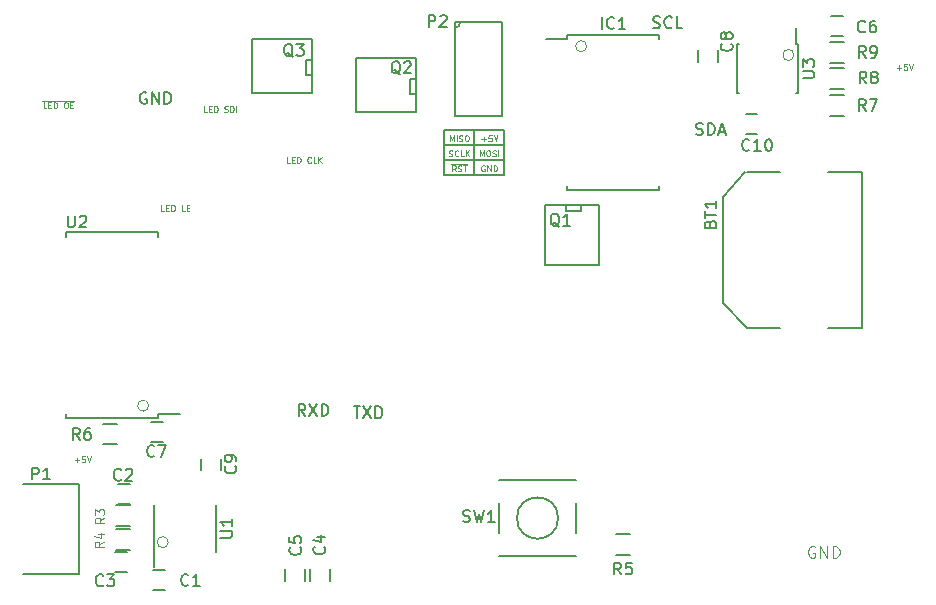
<source format=gbr>
G04 #@! TF.FileFunction,Legend,Top*
%FSLAX46Y46*%
G04 Gerber Fmt 4.6, Leading zero omitted, Abs format (unit mm)*
G04 Created by KiCad (PCBNEW 4.0.4-stable) date Saturday, September 24, 2016 'PMt' 11:11:41 PM*
%MOMM*%
%LPD*%
G01*
G04 APERTURE LIST*
%ADD10C,0.100000*%
%ADD11C,0.150000*%
%ADD12C,0.125000*%
%ADD13C,0.087500*%
%ADD14C,0.200000*%
G04 APERTURE END LIST*
D10*
X113700173Y-147142200D02*
G75*
G03X113700173Y-147142200I-466973J0D01*
G01*
X166684573Y-105892600D02*
G75*
G03X166684573Y-105892600I-466973J0D01*
G01*
X149133173Y-105156000D02*
G75*
G03X149133173Y-105156000I-466973J0D01*
G01*
X112049173Y-135585200D02*
G75*
G03X112049173Y-135585200I-466973J0D01*
G01*
D11*
X129395695Y-135647181D02*
X129967124Y-135647181D01*
X129681409Y-136647181D02*
X129681409Y-135647181D01*
X130205219Y-135647181D02*
X130871886Y-136647181D01*
X130871886Y-135647181D02*
X130205219Y-136647181D01*
X131252838Y-136647181D02*
X131252838Y-135647181D01*
X131490933Y-135647181D01*
X131633791Y-135694800D01*
X131729029Y-135790038D01*
X131776648Y-135885276D01*
X131824267Y-136075752D01*
X131824267Y-136218610D01*
X131776648Y-136409086D01*
X131729029Y-136504324D01*
X131633791Y-136599562D01*
X131490933Y-136647181D01*
X131252838Y-136647181D01*
X125317334Y-136443981D02*
X124984000Y-135967790D01*
X124745905Y-136443981D02*
X124745905Y-135443981D01*
X125126858Y-135443981D01*
X125222096Y-135491600D01*
X125269715Y-135539219D01*
X125317334Y-135634457D01*
X125317334Y-135777314D01*
X125269715Y-135872552D01*
X125222096Y-135920171D01*
X125126858Y-135967790D01*
X124745905Y-135967790D01*
X125650667Y-135443981D02*
X126317334Y-136443981D01*
X126317334Y-135443981D02*
X125650667Y-136443981D01*
X126698286Y-136443981D02*
X126698286Y-135443981D01*
X126936381Y-135443981D01*
X127079239Y-135491600D01*
X127174477Y-135586838D01*
X127222096Y-135682076D01*
X127269715Y-135872552D01*
X127269715Y-136015410D01*
X127222096Y-136205886D01*
X127174477Y-136301124D01*
X127079239Y-136396362D01*
X126936381Y-136443981D01*
X126698286Y-136443981D01*
X154765524Y-103579562D02*
X154908381Y-103627181D01*
X155146477Y-103627181D01*
X155241715Y-103579562D01*
X155289334Y-103531943D01*
X155336953Y-103436705D01*
X155336953Y-103341467D01*
X155289334Y-103246229D01*
X155241715Y-103198610D01*
X155146477Y-103150990D01*
X154956000Y-103103371D01*
X154860762Y-103055752D01*
X154813143Y-103008133D01*
X154765524Y-102912895D01*
X154765524Y-102817657D01*
X154813143Y-102722419D01*
X154860762Y-102674800D01*
X154956000Y-102627181D01*
X155194096Y-102627181D01*
X155336953Y-102674800D01*
X156336953Y-103531943D02*
X156289334Y-103579562D01*
X156146477Y-103627181D01*
X156051239Y-103627181D01*
X155908381Y-103579562D01*
X155813143Y-103484324D01*
X155765524Y-103389086D01*
X155717905Y-103198610D01*
X155717905Y-103055752D01*
X155765524Y-102865276D01*
X155813143Y-102770038D01*
X155908381Y-102674800D01*
X156051239Y-102627181D01*
X156146477Y-102627181D01*
X156289334Y-102674800D01*
X156336953Y-102722419D01*
X157241715Y-103627181D02*
X156765524Y-103627181D01*
X156765524Y-102627181D01*
X158399314Y-112621962D02*
X158542171Y-112669581D01*
X158780267Y-112669581D01*
X158875505Y-112621962D01*
X158923124Y-112574343D01*
X158970743Y-112479105D01*
X158970743Y-112383867D01*
X158923124Y-112288629D01*
X158875505Y-112241010D01*
X158780267Y-112193390D01*
X158589790Y-112145771D01*
X158494552Y-112098152D01*
X158446933Y-112050533D01*
X158399314Y-111955295D01*
X158399314Y-111860057D01*
X158446933Y-111764819D01*
X158494552Y-111717200D01*
X158589790Y-111669581D01*
X158827886Y-111669581D01*
X158970743Y-111717200D01*
X159399314Y-112669581D02*
X159399314Y-111669581D01*
X159637409Y-111669581D01*
X159780267Y-111717200D01*
X159875505Y-111812438D01*
X159923124Y-111907676D01*
X159970743Y-112098152D01*
X159970743Y-112241010D01*
X159923124Y-112431486D01*
X159875505Y-112526724D01*
X159780267Y-112621962D01*
X159637409Y-112669581D01*
X159399314Y-112669581D01*
X160351695Y-112383867D02*
X160827886Y-112383867D01*
X160256457Y-112669581D02*
X160589790Y-111669581D01*
X160923124Y-112669581D01*
D12*
X175379144Y-106969714D02*
X175760096Y-106969714D01*
X175569620Y-107160190D02*
X175569620Y-106779238D01*
X176236287Y-106660190D02*
X175998192Y-106660190D01*
X175974382Y-106898286D01*
X175998192Y-106874476D01*
X176045811Y-106850667D01*
X176164858Y-106850667D01*
X176212477Y-106874476D01*
X176236287Y-106898286D01*
X176260096Y-106945905D01*
X176260096Y-107064952D01*
X176236287Y-107112571D01*
X176212477Y-107136381D01*
X176164858Y-107160190D01*
X176045811Y-107160190D01*
X175998192Y-107136381D01*
X175974382Y-107112571D01*
X176402953Y-106660190D02*
X176569620Y-107160190D01*
X176736286Y-106660190D01*
D10*
X168452896Y-147531200D02*
X168357658Y-147483581D01*
X168214801Y-147483581D01*
X168071943Y-147531200D01*
X167976705Y-147626438D01*
X167929086Y-147721676D01*
X167881467Y-147912152D01*
X167881467Y-148055010D01*
X167929086Y-148245486D01*
X167976705Y-148340724D01*
X168071943Y-148435962D01*
X168214801Y-148483581D01*
X168310039Y-148483581D01*
X168452896Y-148435962D01*
X168500515Y-148388343D01*
X168500515Y-148055010D01*
X168310039Y-148055010D01*
X168929086Y-148483581D02*
X168929086Y-147483581D01*
X169500515Y-148483581D01*
X169500515Y-147483581D01*
X169976705Y-148483581D02*
X169976705Y-147483581D01*
X170214800Y-147483581D01*
X170357658Y-147531200D01*
X170452896Y-147626438D01*
X170500515Y-147721676D01*
X170548134Y-147912152D01*
X170548134Y-148055010D01*
X170500515Y-148245486D01*
X170452896Y-148340724D01*
X170357658Y-148435962D01*
X170214800Y-148483581D01*
X169976705Y-148483581D01*
D12*
X105783144Y-140192914D02*
X106164096Y-140192914D01*
X105973620Y-140383390D02*
X105973620Y-140002438D01*
X106640287Y-139883390D02*
X106402192Y-139883390D01*
X106378382Y-140121486D01*
X106402192Y-140097676D01*
X106449811Y-140073867D01*
X106568858Y-140073867D01*
X106616477Y-140097676D01*
X106640287Y-140121486D01*
X106664096Y-140169105D01*
X106664096Y-140288152D01*
X106640287Y-140335771D01*
X106616477Y-140359581D01*
X106568858Y-140383390D01*
X106449811Y-140383390D01*
X106402192Y-140359581D01*
X106378382Y-140335771D01*
X106806953Y-139883390D02*
X106973620Y-140383390D01*
X107140286Y-139883390D01*
D10*
X113359524Y-119098190D02*
X113121429Y-119098190D01*
X113121429Y-118598190D01*
X113526191Y-118836286D02*
X113692857Y-118836286D01*
X113764286Y-119098190D02*
X113526191Y-119098190D01*
X113526191Y-118598190D01*
X113764286Y-118598190D01*
X113978572Y-119098190D02*
X113978572Y-118598190D01*
X114097619Y-118598190D01*
X114169048Y-118622000D01*
X114216667Y-118669619D01*
X114240476Y-118717238D01*
X114264286Y-118812476D01*
X114264286Y-118883905D01*
X114240476Y-118979143D01*
X114216667Y-119026762D01*
X114169048Y-119074381D01*
X114097619Y-119098190D01*
X113978572Y-119098190D01*
X115097619Y-119098190D02*
X114859524Y-119098190D01*
X114859524Y-118598190D01*
X115264286Y-118836286D02*
X115430952Y-118836286D01*
X115502381Y-119098190D02*
X115264286Y-119098190D01*
X115264286Y-118598190D01*
X115502381Y-118598190D01*
X124007715Y-115034190D02*
X123769620Y-115034190D01*
X123769620Y-114534190D01*
X124174382Y-114772286D02*
X124341048Y-114772286D01*
X124412477Y-115034190D02*
X124174382Y-115034190D01*
X124174382Y-114534190D01*
X124412477Y-114534190D01*
X124626763Y-115034190D02*
X124626763Y-114534190D01*
X124745810Y-114534190D01*
X124817239Y-114558000D01*
X124864858Y-114605619D01*
X124888667Y-114653238D01*
X124912477Y-114748476D01*
X124912477Y-114819905D01*
X124888667Y-114915143D01*
X124864858Y-114962762D01*
X124817239Y-115010381D01*
X124745810Y-115034190D01*
X124626763Y-115034190D01*
X125793429Y-114986571D02*
X125769619Y-115010381D01*
X125698191Y-115034190D01*
X125650572Y-115034190D01*
X125579143Y-115010381D01*
X125531524Y-114962762D01*
X125507715Y-114915143D01*
X125483905Y-114819905D01*
X125483905Y-114748476D01*
X125507715Y-114653238D01*
X125531524Y-114605619D01*
X125579143Y-114558000D01*
X125650572Y-114534190D01*
X125698191Y-114534190D01*
X125769619Y-114558000D01*
X125793429Y-114581810D01*
X126245810Y-115034190D02*
X126007715Y-115034190D01*
X126007715Y-114534190D01*
X126412477Y-115034190D02*
X126412477Y-114534190D01*
X126698191Y-115034190D02*
X126483905Y-114748476D01*
X126698191Y-114534190D02*
X126412477Y-114819905D01*
X116990953Y-110716190D02*
X116752858Y-110716190D01*
X116752858Y-110216190D01*
X117157620Y-110454286D02*
X117324286Y-110454286D01*
X117395715Y-110716190D02*
X117157620Y-110716190D01*
X117157620Y-110216190D01*
X117395715Y-110216190D01*
X117610001Y-110716190D02*
X117610001Y-110216190D01*
X117729048Y-110216190D01*
X117800477Y-110240000D01*
X117848096Y-110287619D01*
X117871905Y-110335238D01*
X117895715Y-110430476D01*
X117895715Y-110501905D01*
X117871905Y-110597143D01*
X117848096Y-110644762D01*
X117800477Y-110692381D01*
X117729048Y-110716190D01*
X117610001Y-110716190D01*
X118467143Y-110692381D02*
X118538572Y-110716190D01*
X118657619Y-110716190D01*
X118705238Y-110692381D01*
X118729048Y-110668571D01*
X118752857Y-110620952D01*
X118752857Y-110573333D01*
X118729048Y-110525714D01*
X118705238Y-110501905D01*
X118657619Y-110478095D01*
X118562381Y-110454286D01*
X118514762Y-110430476D01*
X118490953Y-110406667D01*
X118467143Y-110359048D01*
X118467143Y-110311429D01*
X118490953Y-110263810D01*
X118514762Y-110240000D01*
X118562381Y-110216190D01*
X118681429Y-110216190D01*
X118752857Y-110240000D01*
X118967143Y-110716190D02*
X118967143Y-110216190D01*
X119086190Y-110216190D01*
X119157619Y-110240000D01*
X119205238Y-110287619D01*
X119229047Y-110335238D01*
X119252857Y-110430476D01*
X119252857Y-110501905D01*
X119229047Y-110597143D01*
X119205238Y-110644762D01*
X119157619Y-110692381D01*
X119086190Y-110716190D01*
X118967143Y-110716190D01*
X119467143Y-110716190D02*
X119467143Y-110216190D01*
D11*
X111861696Y-109075600D02*
X111766458Y-109027981D01*
X111623601Y-109027981D01*
X111480743Y-109075600D01*
X111385505Y-109170838D01*
X111337886Y-109266076D01*
X111290267Y-109456552D01*
X111290267Y-109599410D01*
X111337886Y-109789886D01*
X111385505Y-109885124D01*
X111480743Y-109980362D01*
X111623601Y-110027981D01*
X111718839Y-110027981D01*
X111861696Y-109980362D01*
X111909315Y-109932743D01*
X111909315Y-109599410D01*
X111718839Y-109599410D01*
X112337886Y-110027981D02*
X112337886Y-109027981D01*
X112909315Y-110027981D01*
X112909315Y-109027981D01*
X113385505Y-110027981D02*
X113385505Y-109027981D01*
X113623600Y-109027981D01*
X113766458Y-109075600D01*
X113861696Y-109170838D01*
X113909315Y-109266076D01*
X113956934Y-109456552D01*
X113956934Y-109599410D01*
X113909315Y-109789886D01*
X113861696Y-109885124D01*
X113766458Y-109980362D01*
X113623600Y-110027981D01*
X113385505Y-110027981D01*
D10*
X103394000Y-110411390D02*
X103155905Y-110411390D01*
X103155905Y-109911390D01*
X103560667Y-110149486D02*
X103727333Y-110149486D01*
X103798762Y-110411390D02*
X103560667Y-110411390D01*
X103560667Y-109911390D01*
X103798762Y-109911390D01*
X104013048Y-110411390D02*
X104013048Y-109911390D01*
X104132095Y-109911390D01*
X104203524Y-109935200D01*
X104251143Y-109982819D01*
X104274952Y-110030438D01*
X104298762Y-110125676D01*
X104298762Y-110197105D01*
X104274952Y-110292343D01*
X104251143Y-110339962D01*
X104203524Y-110387581D01*
X104132095Y-110411390D01*
X104013048Y-110411390D01*
X104989238Y-109911390D02*
X105084476Y-109911390D01*
X105132095Y-109935200D01*
X105179714Y-109982819D01*
X105203523Y-110078057D01*
X105203523Y-110244724D01*
X105179714Y-110339962D01*
X105132095Y-110387581D01*
X105084476Y-110411390D01*
X104989238Y-110411390D01*
X104941619Y-110387581D01*
X104894000Y-110339962D01*
X104870190Y-110244724D01*
X104870190Y-110078057D01*
X104894000Y-109982819D01*
X104941619Y-109935200D01*
X104989238Y-109911390D01*
X105417810Y-110149486D02*
X105584476Y-110149486D01*
X105655905Y-110411390D02*
X105417810Y-110411390D01*
X105417810Y-109911390D01*
X105655905Y-109911390D01*
X103036857Y-109825200D02*
X105751143Y-109825200D01*
D13*
X140225544Y-113014914D02*
X140606496Y-113014914D01*
X140416020Y-113205390D02*
X140416020Y-112824438D01*
X141082687Y-112705390D02*
X140844592Y-112705390D01*
X140820782Y-112943486D01*
X140844592Y-112919676D01*
X140892211Y-112895867D01*
X141011258Y-112895867D01*
X141058877Y-112919676D01*
X141082687Y-112943486D01*
X141106496Y-112991105D01*
X141106496Y-113110152D01*
X141082687Y-113157771D01*
X141058877Y-113181581D01*
X141011258Y-113205390D01*
X140892211Y-113205390D01*
X140844592Y-113181581D01*
X140820782Y-113157771D01*
X141249353Y-112705390D02*
X141416020Y-113205390D01*
X141582686Y-112705390D01*
X137483162Y-114451581D02*
X137554591Y-114475390D01*
X137673638Y-114475390D01*
X137721257Y-114451581D01*
X137745067Y-114427771D01*
X137768876Y-114380152D01*
X137768876Y-114332533D01*
X137745067Y-114284914D01*
X137721257Y-114261105D01*
X137673638Y-114237295D01*
X137578400Y-114213486D01*
X137530781Y-114189676D01*
X137506972Y-114165867D01*
X137483162Y-114118248D01*
X137483162Y-114070629D01*
X137506972Y-114023010D01*
X137530781Y-113999200D01*
X137578400Y-113975390D01*
X137697448Y-113975390D01*
X137768876Y-113999200D01*
X138268876Y-114427771D02*
X138245066Y-114451581D01*
X138173638Y-114475390D01*
X138126019Y-114475390D01*
X138054590Y-114451581D01*
X138006971Y-114403962D01*
X137983162Y-114356343D01*
X137959352Y-114261105D01*
X137959352Y-114189676D01*
X137983162Y-114094438D01*
X138006971Y-114046819D01*
X138054590Y-113999200D01*
X138126019Y-113975390D01*
X138173638Y-113975390D01*
X138245066Y-113999200D01*
X138268876Y-114023010D01*
X138721257Y-114475390D02*
X138483162Y-114475390D01*
X138483162Y-113975390D01*
X138887924Y-114475390D02*
X138887924Y-113975390D01*
X139173638Y-114475390D02*
X138959352Y-114189676D01*
X139173638Y-113975390D02*
X138887924Y-114261105D01*
X140082686Y-114475390D02*
X140082686Y-113975390D01*
X140249352Y-114332533D01*
X140416019Y-113975390D01*
X140416019Y-114475390D01*
X140749353Y-113975390D02*
X140844591Y-113975390D01*
X140892210Y-113999200D01*
X140939829Y-114046819D01*
X140963638Y-114142057D01*
X140963638Y-114308724D01*
X140939829Y-114403962D01*
X140892210Y-114451581D01*
X140844591Y-114475390D01*
X140749353Y-114475390D01*
X140701734Y-114451581D01*
X140654115Y-114403962D01*
X140630305Y-114308724D01*
X140630305Y-114142057D01*
X140654115Y-114046819D01*
X140701734Y-113999200D01*
X140749353Y-113975390D01*
X141154115Y-114451581D02*
X141225544Y-114475390D01*
X141344591Y-114475390D01*
X141392210Y-114451581D01*
X141416020Y-114427771D01*
X141439829Y-114380152D01*
X141439829Y-114332533D01*
X141416020Y-114284914D01*
X141392210Y-114261105D01*
X141344591Y-114237295D01*
X141249353Y-114213486D01*
X141201734Y-114189676D01*
X141177925Y-114165867D01*
X141154115Y-114118248D01*
X141154115Y-114070629D01*
X141177925Y-114023010D01*
X141201734Y-113999200D01*
X141249353Y-113975390D01*
X141368401Y-113975390D01*
X141439829Y-113999200D01*
X141654115Y-114475390D02*
X141654115Y-113975390D01*
X138054591Y-115745390D02*
X137887924Y-115507295D01*
X137768877Y-115745390D02*
X137768877Y-115245390D01*
X137959353Y-115245390D01*
X138006972Y-115269200D01*
X138030781Y-115293010D01*
X138054591Y-115340629D01*
X138054591Y-115412057D01*
X138030781Y-115459676D01*
X138006972Y-115483486D01*
X137959353Y-115507295D01*
X137768877Y-115507295D01*
X138245067Y-115721581D02*
X138316496Y-115745390D01*
X138435543Y-115745390D01*
X138483162Y-115721581D01*
X138506972Y-115697771D01*
X138530781Y-115650152D01*
X138530781Y-115602533D01*
X138506972Y-115554914D01*
X138483162Y-115531105D01*
X138435543Y-115507295D01*
X138340305Y-115483486D01*
X138292686Y-115459676D01*
X138268877Y-115435867D01*
X138245067Y-115388248D01*
X138245067Y-115340629D01*
X138268877Y-115293010D01*
X138292686Y-115269200D01*
X138340305Y-115245390D01*
X138459353Y-115245390D01*
X138530781Y-115269200D01*
X138673638Y-115245390D02*
X138959352Y-115245390D01*
X138816495Y-115745390D02*
X138816495Y-115245390D01*
X137649829Y-115159200D02*
X139006971Y-115159200D01*
X140487447Y-115269200D02*
X140439828Y-115245390D01*
X140368400Y-115245390D01*
X140296971Y-115269200D01*
X140249352Y-115316819D01*
X140225543Y-115364438D01*
X140201733Y-115459676D01*
X140201733Y-115531105D01*
X140225543Y-115626343D01*
X140249352Y-115673962D01*
X140296971Y-115721581D01*
X140368400Y-115745390D01*
X140416019Y-115745390D01*
X140487447Y-115721581D01*
X140511257Y-115697771D01*
X140511257Y-115531105D01*
X140416019Y-115531105D01*
X140725543Y-115745390D02*
X140725543Y-115245390D01*
X141011257Y-115745390D01*
X141011257Y-115245390D01*
X141249353Y-115745390D02*
X141249353Y-115245390D01*
X141368400Y-115245390D01*
X141439829Y-115269200D01*
X141487448Y-115316819D01*
X141511257Y-115364438D01*
X141535067Y-115459676D01*
X141535067Y-115531105D01*
X141511257Y-115626343D01*
X141487448Y-115673962D01*
X141439829Y-115721581D01*
X141368400Y-115745390D01*
X141249353Y-115745390D01*
X137542686Y-113205390D02*
X137542686Y-112705390D01*
X137709352Y-113062533D01*
X137876019Y-112705390D01*
X137876019Y-113205390D01*
X138114115Y-113205390D02*
X138114115Y-112705390D01*
X138328400Y-113181581D02*
X138399829Y-113205390D01*
X138518876Y-113205390D01*
X138566495Y-113181581D01*
X138590305Y-113157771D01*
X138614114Y-113110152D01*
X138614114Y-113062533D01*
X138590305Y-113014914D01*
X138566495Y-112991105D01*
X138518876Y-112967295D01*
X138423638Y-112943486D01*
X138376019Y-112919676D01*
X138352210Y-112895867D01*
X138328400Y-112848248D01*
X138328400Y-112800629D01*
X138352210Y-112753010D01*
X138376019Y-112729200D01*
X138423638Y-112705390D01*
X138542686Y-112705390D01*
X138614114Y-112729200D01*
X138923638Y-112705390D02*
X139018876Y-112705390D01*
X139066495Y-112729200D01*
X139114114Y-112776819D01*
X139137923Y-112872057D01*
X139137923Y-113038724D01*
X139114114Y-113133962D01*
X139066495Y-113181581D01*
X139018876Y-113205390D01*
X138923638Y-113205390D01*
X138876019Y-113181581D01*
X138828400Y-113133962D01*
X138804590Y-113038724D01*
X138804590Y-112872057D01*
X138828400Y-112776819D01*
X138876019Y-112729200D01*
X138923638Y-112705390D01*
D14*
X137058400Y-113487200D02*
X142138400Y-113487200D01*
X137058400Y-114757200D02*
X142138400Y-114757200D01*
X139598400Y-112217200D02*
X139598400Y-116027200D01*
X137058400Y-112217200D02*
X142138400Y-112217200D01*
X137058400Y-116027200D02*
X137058400Y-112217200D01*
X142138400Y-116027200D02*
X137058400Y-116027200D01*
X142138400Y-112217200D02*
X142138400Y-116027200D01*
D11*
X110228000Y-147943200D02*
X109228000Y-147943200D01*
X109228000Y-149643200D02*
X110228000Y-149643200D01*
X125743600Y-149410800D02*
X125743600Y-150410800D01*
X127443600Y-150410800D02*
X127443600Y-149410800D01*
X110482000Y-142253600D02*
X109482000Y-142253600D01*
X109482000Y-143953600D02*
X110482000Y-143953600D01*
X123610000Y-149410800D02*
X123610000Y-150410800D01*
X125310000Y-150410800D02*
X125310000Y-149410800D01*
X134683500Y-110680500D02*
X129603500Y-110680500D01*
X129603500Y-110680500D02*
X129603500Y-106108500D01*
X129603500Y-106108500D02*
X134683500Y-106108500D01*
X134683500Y-106108500D02*
X134683500Y-110680500D01*
X134683500Y-109156500D02*
X134175500Y-109156500D01*
X134175500Y-109156500D02*
X134175500Y-107886500D01*
X134175500Y-107886500D02*
X134683500Y-107886500D01*
X162676500Y-115828000D02*
X165476500Y-115828000D01*
X162576500Y-115828000D02*
X160676500Y-117928000D01*
X160676500Y-126928000D02*
X160676500Y-117928000D01*
X162676500Y-129028000D02*
X160676500Y-126928000D01*
X165476500Y-129028000D02*
X162676500Y-129028000D01*
X172476500Y-115828000D02*
X169576500Y-115828000D01*
X172476500Y-129028000D02*
X172476500Y-115828000D01*
X169576500Y-129028000D02*
X172476500Y-129028000D01*
X167040000Y-104986000D02*
X166895000Y-104986000D01*
X167040000Y-109136000D02*
X166895000Y-109136000D01*
X161890000Y-109136000D02*
X162035000Y-109136000D01*
X161890000Y-104986000D02*
X162035000Y-104986000D01*
X167040000Y-104986000D02*
X167040000Y-109136000D01*
X161890000Y-104986000D02*
X161890000Y-109136000D01*
X166895000Y-104986000D02*
X166895000Y-103586000D01*
X150177500Y-118618000D02*
X150177500Y-123698000D01*
X150177500Y-123698000D02*
X145605500Y-123698000D01*
X145605500Y-123698000D02*
X145605500Y-118618000D01*
X145605500Y-118618000D02*
X150177500Y-118618000D01*
X148653500Y-118618000D02*
X148653500Y-119126000D01*
X148653500Y-119126000D02*
X147383500Y-119126000D01*
X147383500Y-119126000D02*
X147383500Y-118618000D01*
X147509000Y-104169000D02*
X147509000Y-104504000D01*
X155259000Y-104169000D02*
X155259000Y-104504000D01*
X155259000Y-117319000D02*
X155259000Y-116984000D01*
X147509000Y-117319000D02*
X147509000Y-116984000D01*
X147509000Y-104169000D02*
X155259000Y-104169000D01*
X147509000Y-117319000D02*
X155259000Y-117319000D01*
X147509000Y-104504000D02*
X145709000Y-104504000D01*
X146721214Y-145097500D02*
G75*
G03X146721214Y-145097500I-1750714J0D01*
G01*
X148195500Y-141872500D02*
X148195500Y-141897500D01*
X148195500Y-148322500D02*
X148195500Y-148297500D01*
X141745500Y-148322500D02*
X141745500Y-148297500D01*
X141745500Y-141897500D02*
X141745500Y-141872500D01*
X148195500Y-143797500D02*
X148195500Y-146397500D01*
X141745500Y-141872500D02*
X148195500Y-141872500D01*
X141745500Y-143797500D02*
X141745500Y-146397500D01*
X141745500Y-148322500D02*
X148195500Y-148322500D01*
X151609500Y-146445000D02*
X152809500Y-146445000D01*
X152809500Y-148195000D02*
X151609500Y-148195000D01*
X169707000Y-104789000D02*
X170907000Y-104789000D01*
X170907000Y-106539000D02*
X169707000Y-106539000D01*
X169707000Y-107011500D02*
X170907000Y-107011500D01*
X170907000Y-108761500D02*
X169707000Y-108761500D01*
X109375500Y-138860500D02*
X108175500Y-138860500D01*
X108175500Y-137110500D02*
X109375500Y-137110500D01*
X110455000Y-145782000D02*
X109255000Y-145782000D01*
X109255000Y-144032000D02*
X110455000Y-144032000D01*
X125857000Y-109093000D02*
X120777000Y-109093000D01*
X120777000Y-109093000D02*
X120777000Y-104521000D01*
X120777000Y-104521000D02*
X125857000Y-104521000D01*
X125857000Y-104521000D02*
X125857000Y-109093000D01*
X125857000Y-107569000D02*
X125349000Y-107569000D01*
X125349000Y-107569000D02*
X125349000Y-106299000D01*
X125349000Y-106299000D02*
X125857000Y-106299000D01*
X110455000Y-147814000D02*
X109255000Y-147814000D01*
X109255000Y-146064000D02*
X110455000Y-146064000D01*
X106124000Y-142250000D02*
X101424000Y-142250000D01*
X101424000Y-149850000D02*
X106124000Y-149850000D01*
X106124000Y-149850000D02*
X106124000Y-142250000D01*
X169707000Y-109297500D02*
X170907000Y-109297500D01*
X170907000Y-111047500D02*
X169707000Y-111047500D01*
X112841000Y-136653000D02*
X112841000Y-136288000D01*
X105091000Y-136653000D02*
X105091000Y-136288000D01*
X105091000Y-120903000D02*
X105091000Y-121268000D01*
X112841000Y-120903000D02*
X112841000Y-121268000D01*
X112841000Y-136653000D02*
X105091000Y-136653000D01*
X112841000Y-120903000D02*
X105091000Y-120903000D01*
X112841000Y-136288000D02*
X114666000Y-136288000D01*
X137954000Y-103586400D02*
G75*
G03X138454000Y-103086400I0J500000D01*
G01*
X137954000Y-103086400D02*
X141954000Y-103086400D01*
X137954000Y-111086400D02*
X137954000Y-103086400D01*
X141954000Y-111086400D02*
X137954000Y-111086400D01*
X141954000Y-103086400D02*
X141954000Y-111086400D01*
X117773000Y-147986500D02*
X117773000Y-143986500D01*
X112478000Y-149261500D02*
X112478000Y-143986500D01*
X112437800Y-151167200D02*
X113437800Y-151167200D01*
X113437800Y-149467200D02*
X112437800Y-149467200D01*
X113276000Y-136945000D02*
X112276000Y-136945000D01*
X112276000Y-138645000D02*
X113276000Y-138645000D01*
X162593400Y-112610000D02*
X163593400Y-112610000D01*
X163593400Y-110910000D02*
X162593400Y-110910000D01*
X170807000Y-102591500D02*
X169807000Y-102591500D01*
X169807000Y-104291500D02*
X170807000Y-104291500D01*
X160260400Y-106494200D02*
X160260400Y-105494200D01*
X158560400Y-105494200D02*
X158560400Y-106494200D01*
X116447200Y-140063600D02*
X116447200Y-141063600D01*
X118147200Y-141063600D02*
X118147200Y-140063600D01*
X108189734Y-150775943D02*
X108142115Y-150823562D01*
X107999258Y-150871181D01*
X107904020Y-150871181D01*
X107761162Y-150823562D01*
X107665924Y-150728324D01*
X107618305Y-150633086D01*
X107570686Y-150442610D01*
X107570686Y-150299752D01*
X107618305Y-150109276D01*
X107665924Y-150014038D01*
X107761162Y-149918800D01*
X107904020Y-149871181D01*
X107999258Y-149871181D01*
X108142115Y-149918800D01*
X108189734Y-149966419D01*
X108523067Y-149871181D02*
X109142115Y-149871181D01*
X108808781Y-150252133D01*
X108951639Y-150252133D01*
X109046877Y-150299752D01*
X109094496Y-150347371D01*
X109142115Y-150442610D01*
X109142115Y-150680705D01*
X109094496Y-150775943D01*
X109046877Y-150823562D01*
X108951639Y-150871181D01*
X108665924Y-150871181D01*
X108570686Y-150823562D01*
X108523067Y-150775943D01*
X126899943Y-147537466D02*
X126947562Y-147585085D01*
X126995181Y-147727942D01*
X126995181Y-147823180D01*
X126947562Y-147966038D01*
X126852324Y-148061276D01*
X126757086Y-148108895D01*
X126566610Y-148156514D01*
X126423752Y-148156514D01*
X126233276Y-148108895D01*
X126138038Y-148061276D01*
X126042800Y-147966038D01*
X125995181Y-147823180D01*
X125995181Y-147727942D01*
X126042800Y-147585085D01*
X126090419Y-147537466D01*
X126328514Y-146680323D02*
X126995181Y-146680323D01*
X125947562Y-146918419D02*
X126661848Y-147156514D01*
X126661848Y-146537466D01*
X109713734Y-141835143D02*
X109666115Y-141882762D01*
X109523258Y-141930381D01*
X109428020Y-141930381D01*
X109285162Y-141882762D01*
X109189924Y-141787524D01*
X109142305Y-141692286D01*
X109094686Y-141501810D01*
X109094686Y-141358952D01*
X109142305Y-141168476D01*
X109189924Y-141073238D01*
X109285162Y-140978000D01*
X109428020Y-140930381D01*
X109523258Y-140930381D01*
X109666115Y-140978000D01*
X109713734Y-141025619D01*
X110094686Y-141025619D02*
X110142305Y-140978000D01*
X110237543Y-140930381D01*
X110475639Y-140930381D01*
X110570877Y-140978000D01*
X110618496Y-141025619D01*
X110666115Y-141120857D01*
X110666115Y-141216095D01*
X110618496Y-141358952D01*
X110047067Y-141930381D01*
X110666115Y-141930381D01*
X124867943Y-147588266D02*
X124915562Y-147635885D01*
X124963181Y-147778742D01*
X124963181Y-147873980D01*
X124915562Y-148016838D01*
X124820324Y-148112076D01*
X124725086Y-148159695D01*
X124534610Y-148207314D01*
X124391752Y-148207314D01*
X124201276Y-148159695D01*
X124106038Y-148112076D01*
X124010800Y-148016838D01*
X123963181Y-147873980D01*
X123963181Y-147778742D01*
X124010800Y-147635885D01*
X124058419Y-147588266D01*
X123963181Y-146683504D02*
X123963181Y-147159695D01*
X124439371Y-147207314D01*
X124391752Y-147159695D01*
X124344133Y-147064457D01*
X124344133Y-146826361D01*
X124391752Y-146731123D01*
X124439371Y-146683504D01*
X124534610Y-146635885D01*
X124772705Y-146635885D01*
X124867943Y-146683504D01*
X124915562Y-146731123D01*
X124963181Y-146826361D01*
X124963181Y-147064457D01*
X124915562Y-147159695D01*
X124867943Y-147207314D01*
X133356362Y-107532419D02*
X133261124Y-107484800D01*
X133165886Y-107389562D01*
X133023029Y-107246705D01*
X132927790Y-107199086D01*
X132832552Y-107199086D01*
X132880171Y-107437181D02*
X132784933Y-107389562D01*
X132689695Y-107294324D01*
X132642076Y-107103848D01*
X132642076Y-106770514D01*
X132689695Y-106580038D01*
X132784933Y-106484800D01*
X132880171Y-106437181D01*
X133070648Y-106437181D01*
X133165886Y-106484800D01*
X133261124Y-106580038D01*
X133308743Y-106770514D01*
X133308743Y-107103848D01*
X133261124Y-107294324D01*
X133165886Y-107389562D01*
X133070648Y-107437181D01*
X132880171Y-107437181D01*
X133689695Y-106532419D02*
X133737314Y-106484800D01*
X133832552Y-106437181D01*
X134070648Y-106437181D01*
X134165886Y-106484800D01*
X134213505Y-106532419D01*
X134261124Y-106627657D01*
X134261124Y-106722895D01*
X134213505Y-106865752D01*
X133642076Y-107437181D01*
X134261124Y-107437181D01*
X159592971Y-120216514D02*
X159640590Y-120073657D01*
X159688210Y-120026038D01*
X159783448Y-119978419D01*
X159926305Y-119978419D01*
X160021543Y-120026038D01*
X160069162Y-120073657D01*
X160116781Y-120168895D01*
X160116781Y-120549848D01*
X159116781Y-120549848D01*
X159116781Y-120216514D01*
X159164400Y-120121276D01*
X159212019Y-120073657D01*
X159307257Y-120026038D01*
X159402495Y-120026038D01*
X159497733Y-120073657D01*
X159545352Y-120121276D01*
X159592971Y-120216514D01*
X159592971Y-120549848D01*
X159116781Y-119692705D02*
X159116781Y-119121276D01*
X160116781Y-119406991D02*
X159116781Y-119406991D01*
X160116781Y-118264133D02*
X160116781Y-118835562D01*
X160116781Y-118549848D02*
X159116781Y-118549848D01*
X159259638Y-118645086D01*
X159354876Y-118740324D01*
X159402495Y-118835562D01*
X167417381Y-107822905D02*
X168226905Y-107822905D01*
X168322143Y-107775286D01*
X168369762Y-107727667D01*
X168417381Y-107632429D01*
X168417381Y-107441952D01*
X168369762Y-107346714D01*
X168322143Y-107299095D01*
X168226905Y-107251476D01*
X167417381Y-107251476D01*
X167417381Y-106870524D02*
X167417381Y-106251476D01*
X167798333Y-106584810D01*
X167798333Y-106441952D01*
X167845952Y-106346714D01*
X167893571Y-106299095D01*
X167988810Y-106251476D01*
X168226905Y-106251476D01*
X168322143Y-106299095D01*
X168369762Y-106346714D01*
X168417381Y-106441952D01*
X168417381Y-106727667D01*
X168369762Y-106822905D01*
X168322143Y-106870524D01*
X146818362Y-120435619D02*
X146723124Y-120388000D01*
X146627886Y-120292762D01*
X146485029Y-120149905D01*
X146389790Y-120102286D01*
X146294552Y-120102286D01*
X146342171Y-120340381D02*
X146246933Y-120292762D01*
X146151695Y-120197524D01*
X146104076Y-120007048D01*
X146104076Y-119673714D01*
X146151695Y-119483238D01*
X146246933Y-119388000D01*
X146342171Y-119340381D01*
X146532648Y-119340381D01*
X146627886Y-119388000D01*
X146723124Y-119483238D01*
X146770743Y-119673714D01*
X146770743Y-120007048D01*
X146723124Y-120197524D01*
X146627886Y-120292762D01*
X146532648Y-120340381D01*
X146342171Y-120340381D01*
X147723124Y-120340381D02*
X147151695Y-120340381D01*
X147437409Y-120340381D02*
X147437409Y-119340381D01*
X147342171Y-119483238D01*
X147246933Y-119578476D01*
X147151695Y-119626095D01*
X150407810Y-103696381D02*
X150407810Y-102696381D01*
X151455429Y-103601143D02*
X151407810Y-103648762D01*
X151264953Y-103696381D01*
X151169715Y-103696381D01*
X151026857Y-103648762D01*
X150931619Y-103553524D01*
X150884000Y-103458286D01*
X150836381Y-103267810D01*
X150836381Y-103124952D01*
X150884000Y-102934476D01*
X150931619Y-102839238D01*
X151026857Y-102744000D01*
X151169715Y-102696381D01*
X151264953Y-102696381D01*
X151407810Y-102744000D01*
X151455429Y-102791619D01*
X152407810Y-103696381D02*
X151836381Y-103696381D01*
X152122095Y-103696381D02*
X152122095Y-102696381D01*
X152026857Y-102839238D01*
X151931619Y-102934476D01*
X151836381Y-102982095D01*
X138671467Y-145387962D02*
X138814324Y-145435581D01*
X139052420Y-145435581D01*
X139147658Y-145387962D01*
X139195277Y-145340343D01*
X139242896Y-145245105D01*
X139242896Y-145149867D01*
X139195277Y-145054629D01*
X139147658Y-145007010D01*
X139052420Y-144959390D01*
X138861943Y-144911771D01*
X138766705Y-144864152D01*
X138719086Y-144816533D01*
X138671467Y-144721295D01*
X138671467Y-144626057D01*
X138719086Y-144530819D01*
X138766705Y-144483200D01*
X138861943Y-144435581D01*
X139100039Y-144435581D01*
X139242896Y-144483200D01*
X139576229Y-144435581D02*
X139814324Y-145435581D01*
X140004801Y-144721295D01*
X140195277Y-145435581D01*
X140433372Y-144435581D01*
X141338134Y-145435581D02*
X140766705Y-145435581D01*
X141052419Y-145435581D02*
X141052419Y-144435581D01*
X140957181Y-144578438D01*
X140861943Y-144673676D01*
X140766705Y-144721295D01*
X152042834Y-149872381D02*
X151709500Y-149396190D01*
X151471405Y-149872381D02*
X151471405Y-148872381D01*
X151852358Y-148872381D01*
X151947596Y-148920000D01*
X151995215Y-148967619D01*
X152042834Y-149062857D01*
X152042834Y-149205714D01*
X151995215Y-149300952D01*
X151947596Y-149348571D01*
X151852358Y-149396190D01*
X151471405Y-149396190D01*
X152947596Y-148872381D02*
X152471405Y-148872381D01*
X152423786Y-149348571D01*
X152471405Y-149300952D01*
X152566643Y-149253333D01*
X152804739Y-149253333D01*
X152899977Y-149300952D01*
X152947596Y-149348571D01*
X152995215Y-149443810D01*
X152995215Y-149681905D01*
X152947596Y-149777143D01*
X152899977Y-149824762D01*
X152804739Y-149872381D01*
X152566643Y-149872381D01*
X152471405Y-149824762D01*
X152423786Y-149777143D01*
X172756534Y-106116381D02*
X172423200Y-105640190D01*
X172185105Y-106116381D02*
X172185105Y-105116381D01*
X172566058Y-105116381D01*
X172661296Y-105164000D01*
X172708915Y-105211619D01*
X172756534Y-105306857D01*
X172756534Y-105449714D01*
X172708915Y-105544952D01*
X172661296Y-105592571D01*
X172566058Y-105640190D01*
X172185105Y-105640190D01*
X173232724Y-106116381D02*
X173423200Y-106116381D01*
X173518439Y-106068762D01*
X173566058Y-106021143D01*
X173661296Y-105878286D01*
X173708915Y-105687810D01*
X173708915Y-105306857D01*
X173661296Y-105211619D01*
X173613677Y-105164000D01*
X173518439Y-105116381D01*
X173327962Y-105116381D01*
X173232724Y-105164000D01*
X173185105Y-105211619D01*
X173137486Y-105306857D01*
X173137486Y-105544952D01*
X173185105Y-105640190D01*
X173232724Y-105687810D01*
X173327962Y-105735429D01*
X173518439Y-105735429D01*
X173613677Y-105687810D01*
X173661296Y-105640190D01*
X173708915Y-105544952D01*
X172807334Y-108300781D02*
X172474000Y-107824590D01*
X172235905Y-108300781D02*
X172235905Y-107300781D01*
X172616858Y-107300781D01*
X172712096Y-107348400D01*
X172759715Y-107396019D01*
X172807334Y-107491257D01*
X172807334Y-107634114D01*
X172759715Y-107729352D01*
X172712096Y-107776971D01*
X172616858Y-107824590D01*
X172235905Y-107824590D01*
X173378762Y-107729352D02*
X173283524Y-107681733D01*
X173235905Y-107634114D01*
X173188286Y-107538876D01*
X173188286Y-107491257D01*
X173235905Y-107396019D01*
X173283524Y-107348400D01*
X173378762Y-107300781D01*
X173569239Y-107300781D01*
X173664477Y-107348400D01*
X173712096Y-107396019D01*
X173759715Y-107491257D01*
X173759715Y-107538876D01*
X173712096Y-107634114D01*
X173664477Y-107681733D01*
X173569239Y-107729352D01*
X173378762Y-107729352D01*
X173283524Y-107776971D01*
X173235905Y-107824590D01*
X173188286Y-107919829D01*
X173188286Y-108110305D01*
X173235905Y-108205543D01*
X173283524Y-108253162D01*
X173378762Y-108300781D01*
X173569239Y-108300781D01*
X173664477Y-108253162D01*
X173712096Y-108205543D01*
X173759715Y-108110305D01*
X173759715Y-107919829D01*
X173712096Y-107824590D01*
X173664477Y-107776971D01*
X173569239Y-107729352D01*
X106208534Y-138475981D02*
X105875200Y-137999790D01*
X105637105Y-138475981D02*
X105637105Y-137475981D01*
X106018058Y-137475981D01*
X106113296Y-137523600D01*
X106160915Y-137571219D01*
X106208534Y-137666457D01*
X106208534Y-137809314D01*
X106160915Y-137904552D01*
X106113296Y-137952171D01*
X106018058Y-137999790D01*
X105637105Y-137999790D01*
X107065677Y-137475981D02*
X106875200Y-137475981D01*
X106779962Y-137523600D01*
X106732343Y-137571219D01*
X106637105Y-137714076D01*
X106589486Y-137904552D01*
X106589486Y-138285505D01*
X106637105Y-138380743D01*
X106684724Y-138428362D01*
X106779962Y-138475981D01*
X106970439Y-138475981D01*
X107065677Y-138428362D01*
X107113296Y-138380743D01*
X107160915Y-138285505D01*
X107160915Y-138047410D01*
X107113296Y-137952171D01*
X107065677Y-137904552D01*
X106970439Y-137856933D01*
X106779962Y-137856933D01*
X106684724Y-137904552D01*
X106637105Y-137952171D01*
X106589486Y-138047410D01*
D10*
X108289286Y-145057400D02*
X107932143Y-145307400D01*
X108289286Y-145485972D02*
X107539286Y-145485972D01*
X107539286Y-145200257D01*
X107575000Y-145128829D01*
X107610714Y-145093114D01*
X107682143Y-145057400D01*
X107789286Y-145057400D01*
X107860714Y-145093114D01*
X107896429Y-145128829D01*
X107932143Y-145200257D01*
X107932143Y-145485972D01*
X107539286Y-144807400D02*
X107539286Y-144343114D01*
X107825000Y-144593114D01*
X107825000Y-144485972D01*
X107860714Y-144414543D01*
X107896429Y-144378829D01*
X107967857Y-144343114D01*
X108146429Y-144343114D01*
X108217857Y-144378829D01*
X108253571Y-144414543D01*
X108289286Y-144485972D01*
X108289286Y-144700257D01*
X108253571Y-144771686D01*
X108217857Y-144807400D01*
D11*
X124263162Y-106059219D02*
X124167924Y-106011600D01*
X124072686Y-105916362D01*
X123929829Y-105773505D01*
X123834590Y-105725886D01*
X123739352Y-105725886D01*
X123786971Y-105963981D02*
X123691733Y-105916362D01*
X123596495Y-105821124D01*
X123548876Y-105630648D01*
X123548876Y-105297314D01*
X123596495Y-105106838D01*
X123691733Y-105011600D01*
X123786971Y-104963981D01*
X123977448Y-104963981D01*
X124072686Y-105011600D01*
X124167924Y-105106838D01*
X124215543Y-105297314D01*
X124215543Y-105630648D01*
X124167924Y-105821124D01*
X124072686Y-105916362D01*
X123977448Y-105963981D01*
X123786971Y-105963981D01*
X124548876Y-104963981D02*
X125167924Y-104963981D01*
X124834590Y-105344933D01*
X124977448Y-105344933D01*
X125072686Y-105392552D01*
X125120305Y-105440171D01*
X125167924Y-105535410D01*
X125167924Y-105773505D01*
X125120305Y-105868743D01*
X125072686Y-105916362D01*
X124977448Y-105963981D01*
X124691733Y-105963981D01*
X124596495Y-105916362D01*
X124548876Y-105868743D01*
D10*
X108238486Y-147089400D02*
X107881343Y-147339400D01*
X108238486Y-147517972D02*
X107488486Y-147517972D01*
X107488486Y-147232257D01*
X107524200Y-147160829D01*
X107559914Y-147125114D01*
X107631343Y-147089400D01*
X107738486Y-147089400D01*
X107809914Y-147125114D01*
X107845629Y-147160829D01*
X107881343Y-147232257D01*
X107881343Y-147517972D01*
X107738486Y-146446543D02*
X108238486Y-146446543D01*
X107452771Y-146625114D02*
X107988486Y-146803686D01*
X107988486Y-146339400D01*
D11*
X102182705Y-141828781D02*
X102182705Y-140828781D01*
X102563658Y-140828781D01*
X102658896Y-140876400D01*
X102706515Y-140924019D01*
X102754134Y-141019257D01*
X102754134Y-141162114D01*
X102706515Y-141257352D01*
X102658896Y-141304971D01*
X102563658Y-141352590D01*
X102182705Y-141352590D01*
X103706515Y-141828781D02*
X103135086Y-141828781D01*
X103420800Y-141828781D02*
X103420800Y-140828781D01*
X103325562Y-140971638D01*
X103230324Y-141066876D01*
X103135086Y-141114495D01*
X172756534Y-110637581D02*
X172423200Y-110161390D01*
X172185105Y-110637581D02*
X172185105Y-109637581D01*
X172566058Y-109637581D01*
X172661296Y-109685200D01*
X172708915Y-109732819D01*
X172756534Y-109828057D01*
X172756534Y-109970914D01*
X172708915Y-110066152D01*
X172661296Y-110113771D01*
X172566058Y-110161390D01*
X172185105Y-110161390D01*
X173089867Y-109637581D02*
X173756534Y-109637581D01*
X173327962Y-110637581D01*
X105206895Y-119492781D02*
X105206895Y-120302305D01*
X105254514Y-120397543D01*
X105302133Y-120445162D01*
X105397371Y-120492781D01*
X105587848Y-120492781D01*
X105683086Y-120445162D01*
X105730705Y-120397543D01*
X105778324Y-120302305D01*
X105778324Y-119492781D01*
X106206895Y-119588019D02*
X106254514Y-119540400D01*
X106349752Y-119492781D01*
X106587848Y-119492781D01*
X106683086Y-119540400D01*
X106730705Y-119588019D01*
X106778324Y-119683257D01*
X106778324Y-119778495D01*
X106730705Y-119921352D01*
X106159276Y-120492781D01*
X106778324Y-120492781D01*
X135761505Y-103525581D02*
X135761505Y-102525581D01*
X136142458Y-102525581D01*
X136237696Y-102573200D01*
X136285315Y-102620819D01*
X136332934Y-102716057D01*
X136332934Y-102858914D01*
X136285315Y-102954152D01*
X136237696Y-103001771D01*
X136142458Y-103049390D01*
X135761505Y-103049390D01*
X136713886Y-102620819D02*
X136761505Y-102573200D01*
X136856743Y-102525581D01*
X137094839Y-102525581D01*
X137190077Y-102573200D01*
X137237696Y-102620819D01*
X137285315Y-102716057D01*
X137285315Y-102811295D01*
X137237696Y-102954152D01*
X136666267Y-103525581D01*
X137285315Y-103525581D01*
X118121181Y-146748405D02*
X118930705Y-146748405D01*
X119025943Y-146700786D01*
X119073562Y-146653167D01*
X119121181Y-146557929D01*
X119121181Y-146367452D01*
X119073562Y-146272214D01*
X119025943Y-146224595D01*
X118930705Y-146176976D01*
X118121181Y-146176976D01*
X119121181Y-145176976D02*
X119121181Y-145748405D01*
X119121181Y-145462691D02*
X118121181Y-145462691D01*
X118264038Y-145557929D01*
X118359276Y-145653167D01*
X118406895Y-145748405D01*
X115412734Y-150750543D02*
X115365115Y-150798162D01*
X115222258Y-150845781D01*
X115127020Y-150845781D01*
X114984162Y-150798162D01*
X114888924Y-150702924D01*
X114841305Y-150607686D01*
X114793686Y-150417210D01*
X114793686Y-150274352D01*
X114841305Y-150083876D01*
X114888924Y-149988638D01*
X114984162Y-149893400D01*
X115127020Y-149845781D01*
X115222258Y-149845781D01*
X115365115Y-149893400D01*
X115412734Y-149941019D01*
X116365115Y-150845781D02*
X115793686Y-150845781D01*
X116079400Y-150845781D02*
X116079400Y-149845781D01*
X115984162Y-149988638D01*
X115888924Y-150083876D01*
X115793686Y-150131495D01*
X112533134Y-139828543D02*
X112485515Y-139876162D01*
X112342658Y-139923781D01*
X112247420Y-139923781D01*
X112104562Y-139876162D01*
X112009324Y-139780924D01*
X111961705Y-139685686D01*
X111914086Y-139495210D01*
X111914086Y-139352352D01*
X111961705Y-139161876D01*
X112009324Y-139066638D01*
X112104562Y-138971400D01*
X112247420Y-138923781D01*
X112342658Y-138923781D01*
X112485515Y-138971400D01*
X112533134Y-139019019D01*
X112866467Y-138923781D02*
X113533134Y-138923781D01*
X113104562Y-139923781D01*
X162907743Y-113920543D02*
X162860124Y-113968162D01*
X162717267Y-114015781D01*
X162622029Y-114015781D01*
X162479171Y-113968162D01*
X162383933Y-113872924D01*
X162336314Y-113777686D01*
X162288695Y-113587210D01*
X162288695Y-113444352D01*
X162336314Y-113253876D01*
X162383933Y-113158638D01*
X162479171Y-113063400D01*
X162622029Y-113015781D01*
X162717267Y-113015781D01*
X162860124Y-113063400D01*
X162907743Y-113111019D01*
X163860124Y-114015781D02*
X163288695Y-114015781D01*
X163574409Y-114015781D02*
X163574409Y-113015781D01*
X163479171Y-113158638D01*
X163383933Y-113253876D01*
X163288695Y-113301495D01*
X164479171Y-113015781D02*
X164574410Y-113015781D01*
X164669648Y-113063400D01*
X164717267Y-113111019D01*
X164764886Y-113206257D01*
X164812505Y-113396733D01*
X164812505Y-113634829D01*
X164764886Y-113825305D01*
X164717267Y-113920543D01*
X164669648Y-113968162D01*
X164574410Y-114015781D01*
X164479171Y-114015781D01*
X164383933Y-113968162D01*
X164336314Y-113920543D01*
X164288695Y-113825305D01*
X164241076Y-113634829D01*
X164241076Y-113396733D01*
X164288695Y-113206257D01*
X164336314Y-113111019D01*
X164383933Y-113063400D01*
X164479171Y-113015781D01*
X172705734Y-103887543D02*
X172658115Y-103935162D01*
X172515258Y-103982781D01*
X172420020Y-103982781D01*
X172277162Y-103935162D01*
X172181924Y-103839924D01*
X172134305Y-103744686D01*
X172086686Y-103554210D01*
X172086686Y-103411352D01*
X172134305Y-103220876D01*
X172181924Y-103125638D01*
X172277162Y-103030400D01*
X172420020Y-102982781D01*
X172515258Y-102982781D01*
X172658115Y-103030400D01*
X172705734Y-103078019D01*
X173562877Y-102982781D02*
X173372400Y-102982781D01*
X173277162Y-103030400D01*
X173229543Y-103078019D01*
X173134305Y-103220876D01*
X173086686Y-103411352D01*
X173086686Y-103792305D01*
X173134305Y-103887543D01*
X173181924Y-103935162D01*
X173277162Y-103982781D01*
X173467639Y-103982781D01*
X173562877Y-103935162D01*
X173610496Y-103887543D01*
X173658115Y-103792305D01*
X173658115Y-103554210D01*
X173610496Y-103458971D01*
X173562877Y-103411352D01*
X173467639Y-103363733D01*
X173277162Y-103363733D01*
X173181924Y-103411352D01*
X173134305Y-103458971D01*
X173086686Y-103554210D01*
X161393143Y-104941666D02*
X161440762Y-104989285D01*
X161488381Y-105132142D01*
X161488381Y-105227380D01*
X161440762Y-105370238D01*
X161345524Y-105465476D01*
X161250286Y-105513095D01*
X161059810Y-105560714D01*
X160916952Y-105560714D01*
X160726476Y-105513095D01*
X160631238Y-105465476D01*
X160536000Y-105370238D01*
X160488381Y-105227380D01*
X160488381Y-105132142D01*
X160536000Y-104989285D01*
X160583619Y-104941666D01*
X160916952Y-104370238D02*
X160869333Y-104465476D01*
X160821714Y-104513095D01*
X160726476Y-104560714D01*
X160678857Y-104560714D01*
X160583619Y-104513095D01*
X160536000Y-104465476D01*
X160488381Y-104370238D01*
X160488381Y-104179761D01*
X160536000Y-104084523D01*
X160583619Y-104036904D01*
X160678857Y-103989285D01*
X160726476Y-103989285D01*
X160821714Y-104036904D01*
X160869333Y-104084523D01*
X160916952Y-104179761D01*
X160916952Y-104370238D01*
X160964571Y-104465476D01*
X161012190Y-104513095D01*
X161107429Y-104560714D01*
X161297905Y-104560714D01*
X161393143Y-104513095D01*
X161440762Y-104465476D01*
X161488381Y-104370238D01*
X161488381Y-104179761D01*
X161440762Y-104084523D01*
X161393143Y-104036904D01*
X161297905Y-103989285D01*
X161107429Y-103989285D01*
X161012190Y-104036904D01*
X160964571Y-104084523D01*
X160916952Y-104179761D01*
X119381543Y-140704866D02*
X119429162Y-140752485D01*
X119476781Y-140895342D01*
X119476781Y-140990580D01*
X119429162Y-141133438D01*
X119333924Y-141228676D01*
X119238686Y-141276295D01*
X119048210Y-141323914D01*
X118905352Y-141323914D01*
X118714876Y-141276295D01*
X118619638Y-141228676D01*
X118524400Y-141133438D01*
X118476781Y-140990580D01*
X118476781Y-140895342D01*
X118524400Y-140752485D01*
X118572019Y-140704866D01*
X119476781Y-140228676D02*
X119476781Y-140038200D01*
X119429162Y-139942961D01*
X119381543Y-139895342D01*
X119238686Y-139800104D01*
X119048210Y-139752485D01*
X118667257Y-139752485D01*
X118572019Y-139800104D01*
X118524400Y-139847723D01*
X118476781Y-139942961D01*
X118476781Y-140133438D01*
X118524400Y-140228676D01*
X118572019Y-140276295D01*
X118667257Y-140323914D01*
X118905352Y-140323914D01*
X119000590Y-140276295D01*
X119048210Y-140228676D01*
X119095829Y-140133438D01*
X119095829Y-139942961D01*
X119048210Y-139847723D01*
X119000590Y-139800104D01*
X118905352Y-139752485D01*
M02*

</source>
